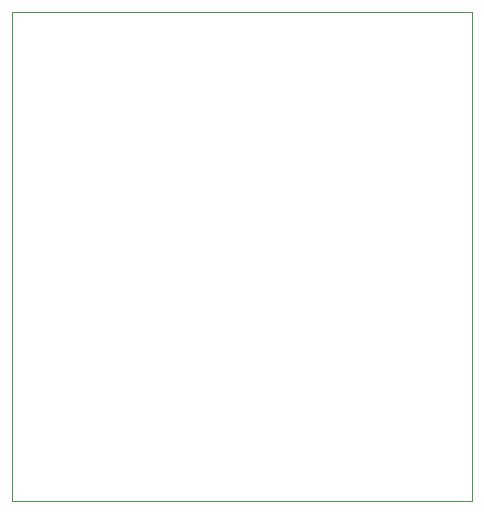
<source format=gbr>
%TF.GenerationSoftware,KiCad,Pcbnew,9.0.3*%
%TF.CreationDate,2025-10-09T23:36:15+02:00*%
%TF.ProjectId,ledkiv2,6c65646b-6976-4322-9e6b-696361645f70,rev?*%
%TF.SameCoordinates,Original*%
%TF.FileFunction,Profile,NP*%
%FSLAX46Y46*%
G04 Gerber Fmt 4.6, Leading zero omitted, Abs format (unit mm)*
G04 Created by KiCad (PCBNEW 9.0.3) date 2025-10-09 23:36:15*
%MOMM*%
%LPD*%
G01*
G04 APERTURE LIST*
%TA.AperFunction,Profile*%
%ADD10C,0.050000*%
%TD*%
G04 APERTURE END LIST*
D10*
X145787000Y-75992000D02*
X184776000Y-75992000D01*
X184776000Y-117394000D01*
X145787000Y-117394000D01*
X145787000Y-75992000D01*
M02*

</source>
